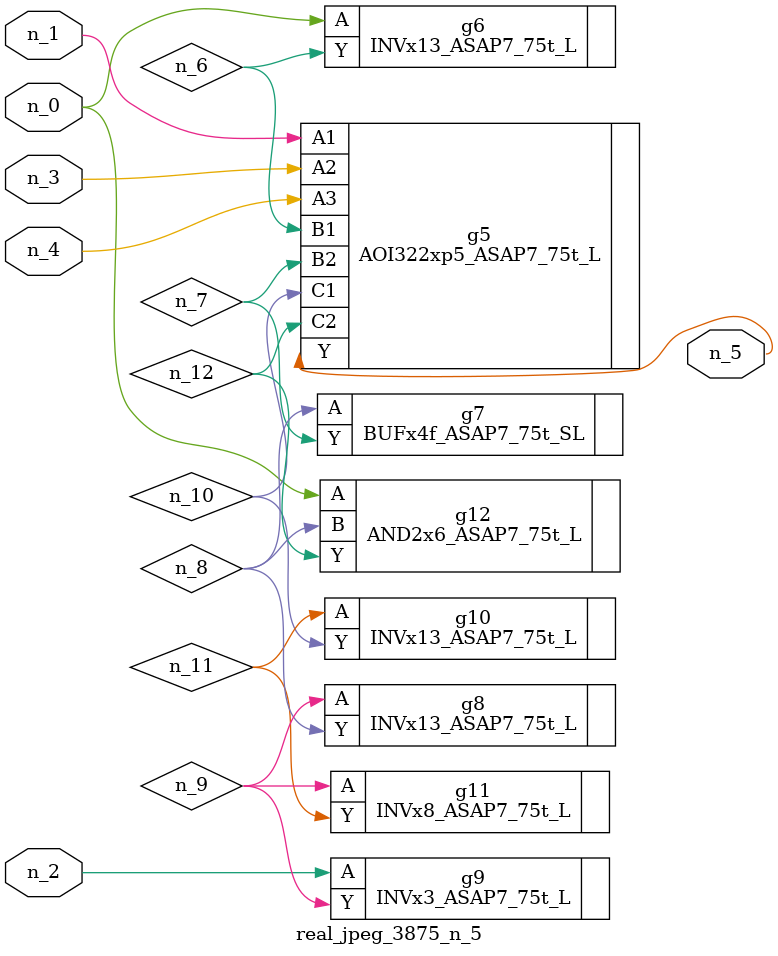
<source format=v>
module real_jpeg_3875_n_5 (n_4, n_0, n_1, n_2, n_3, n_5);

input n_4;
input n_0;
input n_1;
input n_2;
input n_3;

output n_5;

wire n_12;
wire n_8;
wire n_11;
wire n_6;
wire n_7;
wire n_10;
wire n_9;

INVx13_ASAP7_75t_L g6 ( 
.A(n_0),
.Y(n_6)
);

AND2x6_ASAP7_75t_L g12 ( 
.A(n_0),
.B(n_8),
.Y(n_12)
);

AOI322xp5_ASAP7_75t_L g5 ( 
.A1(n_1),
.A2(n_3),
.A3(n_4),
.B1(n_6),
.B2(n_7),
.C1(n_10),
.C2(n_12),
.Y(n_5)
);

INVx3_ASAP7_75t_L g9 ( 
.A(n_2),
.Y(n_9)
);

BUFx4f_ASAP7_75t_SL g7 ( 
.A(n_8),
.Y(n_7)
);

INVx13_ASAP7_75t_L g8 ( 
.A(n_9),
.Y(n_8)
);

INVx8_ASAP7_75t_L g11 ( 
.A(n_9),
.Y(n_11)
);

INVx13_ASAP7_75t_L g10 ( 
.A(n_11),
.Y(n_10)
);


endmodule
</source>
